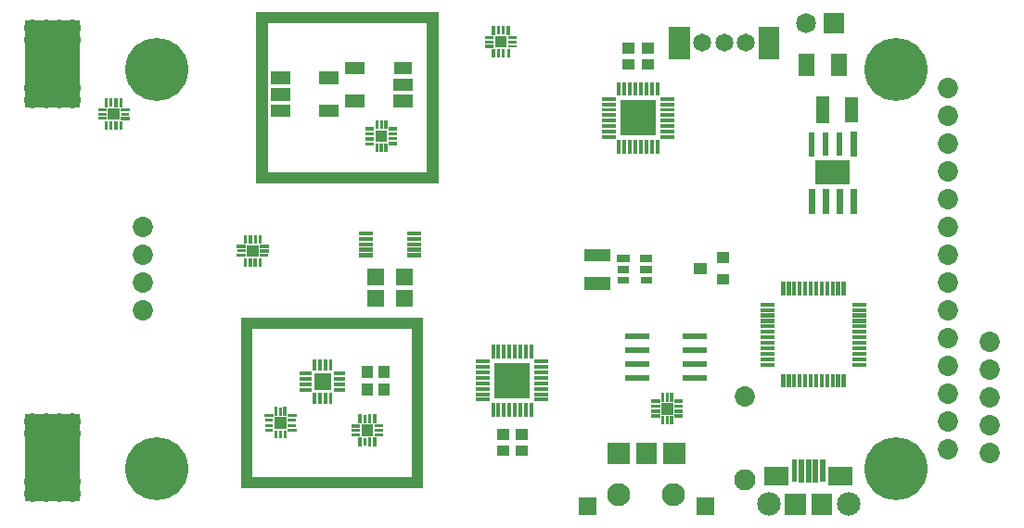
<source format=gts>
G04 start of page 8 for group -4063 idx -4063 *
G04 Title: v2_0, componentmask *
G04 Creator: pcb 4.2.0 *
G04 CreationDate: Sun Sep 29 12:02:10 2019 UTC *
G04 For: user *
G04 Format: Gerber/RS-274X *
G04 PCB-Dimensions (mm): 140.00 90.00 *
G04 PCB-Coordinate-Origin: lower left *
%MOMM*%
%FSLAX43Y43*%
%LNGTS*%
%ADD124C,1.950*%
%ADD123C,5.750*%
%ADD122C,2.152*%
%ADD121C,2.102*%
%ADD120C,1.302*%
%ADD119C,1.952*%
%ADD118C,1.552*%
%ADD117C,1.826*%
%ADD116C,0.002*%
%ADD115C,0.852*%
%ADD114C,1.652*%
%ADD113C,1.852*%
G54D113*X103700Y63300D03*
Y60750D03*
Y58200D03*
Y55700D03*
Y53150D03*
Y50600D03*
G54D114*X85300Y67400D03*
X83300D03*
X81300D03*
G54D115*X87400D03*
G54D116*G36*
X92387Y70113D02*Y68287D01*
X94213D01*
Y70113D01*
X92387D01*
G37*
G54D117*X90760Y69200D03*
G54D115*X79200Y67400D03*
G54D118*X22600Y68800D03*
Y67700D03*
X23800Y68800D03*
Y67700D03*
X20200Y68800D03*
Y67700D03*
X21400Y68800D03*
Y67700D03*
X20200Y63300D03*
Y62200D03*
X21400Y63300D03*
X22600D03*
X23800D03*
X21400Y62200D03*
X22600D03*
X23800D03*
G54D113*X30200Y50600D03*
Y48050D03*
Y45500D03*
Y43000D03*
X103700Y48050D03*
Y45500D03*
X85200Y35100D03*
G54D119*Y27500D03*
G54D120*X88550Y28000D03*
X93450D03*
G54D113*X103700Y43000D03*
Y40450D03*
Y37900D03*
Y35350D03*
Y32800D03*
Y30250D03*
G54D121*X78700Y26100D03*
G54D122*X87350Y25300D03*
X94650D03*
G54D121*X73700Y26100D03*
G54D113*X107500Y35000D03*
Y37550D03*
Y40100D03*
Y32500D03*
Y29950D03*
G54D118*X23800Y26200D03*
Y27300D03*
X22600Y26200D03*
Y27300D03*
X21400Y26200D03*
Y27300D03*
X20200Y26200D03*
Y27300D03*
X23800Y31700D03*
Y32800D03*
X22600Y31700D03*
Y32800D03*
X21400Y31700D03*
Y32800D03*
X20200Y31700D03*
Y32800D03*
G54D123*X31500Y28500D03*
X99000Y65000D03*
Y28500D03*
X31500Y65000D03*
G54D116*G36*
X86642Y40178D02*Y39822D01*
X87861D01*
Y40178D01*
X86642D01*
G37*
G36*
Y39678D02*Y39322D01*
X87861D01*
Y39678D01*
X86642D01*
G37*
G36*
Y39178D02*Y38822D01*
X87861D01*
Y39178D01*
X86642D01*
G37*
G36*
Y38678D02*Y38322D01*
X87861D01*
Y38678D01*
X86642D01*
G37*
G36*
Y38178D02*Y37822D01*
X87861D01*
Y38178D01*
X86642D01*
G37*
G36*
X93878Y37161D02*X93522D01*
Y35942D01*
X93878D01*
Y37161D01*
G37*
G36*
X94378D02*X94022D01*
Y35942D01*
X94378D01*
Y37161D01*
G37*
G36*
X95039Y38178D02*Y37822D01*
X96258D01*
Y38178D01*
X95039D01*
G37*
G36*
Y38678D02*Y38322D01*
X96258D01*
Y38678D01*
X95039D01*
G37*
G36*
Y39178D02*Y38822D01*
X96258D01*
Y39178D01*
X95039D01*
G37*
G36*
Y39678D02*Y39322D01*
X96258D01*
Y39678D01*
X95039D01*
G37*
G36*
Y40178D02*Y39822D01*
X96258D01*
Y40178D01*
X95039D01*
G37*
G36*
Y40678D02*Y40322D01*
X96258D01*
Y40678D01*
X95039D01*
G37*
G36*
Y41178D02*Y40822D01*
X96258D01*
Y41178D01*
X95039D01*
G37*
G36*
Y41678D02*Y41322D01*
X96258D01*
Y41678D01*
X95039D01*
G37*
G36*
Y42178D02*Y41822D01*
X96258D01*
Y42178D01*
X95039D01*
G37*
G36*
Y42678D02*Y42322D01*
X96258D01*
Y42678D01*
X95039D01*
G37*
G36*
Y43178D02*Y42822D01*
X96258D01*
Y43178D01*
X95039D01*
G37*
G36*
Y43678D02*Y43322D01*
X96258D01*
Y43678D01*
X95039D01*
G37*
G36*
X88878Y37161D02*X88522D01*
Y35942D01*
X88878D01*
Y37161D01*
G37*
G36*
X89378D02*X89022D01*
Y35942D01*
X89378D01*
Y37161D01*
G37*
G36*
X89878D02*X89522D01*
Y35942D01*
X89878D01*
Y37161D01*
G37*
G36*
X90378D02*X90022D01*
Y35942D01*
X90378D01*
Y37161D01*
G37*
G36*
X90878D02*X90522D01*
Y35942D01*
X90878D01*
Y37161D01*
G37*
G36*
X91378D02*X91022D01*
Y35942D01*
X91378D01*
Y37161D01*
G37*
G36*
X91878D02*X91522D01*
Y35942D01*
X91878D01*
Y37161D01*
G37*
G36*
X92378D02*X92022D01*
Y35942D01*
X92378D01*
Y37161D01*
G37*
G36*
X92878D02*X92522D01*
Y35942D01*
X92878D01*
Y37161D01*
G37*
G36*
X93378D02*X93022D01*
Y35942D01*
X93378D01*
Y37161D01*
G37*
G36*
X89925Y29325D02*X89475D01*
Y27275D01*
X89925D01*
Y29325D01*
G37*
G36*
X92525D02*X92075D01*
Y27275D01*
X92525D01*
Y29325D01*
G37*
G36*
X90600Y29350D02*X90100D01*
Y27250D01*
X90600D01*
Y29350D01*
G37*
G36*
X87000Y28700D02*Y27000D01*
X89200D01*
Y28700D01*
X87000D01*
G37*
G36*
X91900Y29350D02*X91400D01*
Y27250D01*
X91900D01*
Y29350D01*
G37*
G36*
X92800Y28700D02*Y27000D01*
X95000D01*
Y28700D01*
X92800D01*
G37*
G36*
X91250Y29350D02*X90750D01*
Y27250D01*
X91250D01*
Y29350D01*
G37*
G36*
X88850Y26200D02*Y24300D01*
X90750D01*
Y26200D01*
X88850D01*
G37*
G36*
X91250D02*Y24300D01*
X93150D01*
Y26200D01*
X91250D01*
G37*
G54D124*X87300Y25300D02*X87400D01*
X94600D02*X94700D01*
G54D116*G36*
X86642Y43678D02*Y43322D01*
X87861D01*
Y43678D01*
X86642D01*
G37*
G36*
Y43178D02*Y42822D01*
X87861D01*
Y43178D01*
X86642D01*
G37*
G36*
Y42678D02*Y42322D01*
X87861D01*
Y42678D01*
X86642D01*
G37*
G36*
Y42178D02*Y41822D01*
X87861D01*
Y42178D01*
X86642D01*
G37*
G36*
Y41678D02*Y41322D01*
X87861D01*
Y41678D01*
X86642D01*
G37*
G36*
Y41178D02*Y40822D01*
X87861D01*
Y41178D01*
X86642D01*
G37*
G36*
Y40678D02*Y40322D01*
X87861D01*
Y40678D01*
X86642D01*
G37*
G36*
X79497Y37076D02*Y36514D01*
X81710D01*
Y37076D01*
X79497D01*
G37*
G36*
Y38346D02*Y37784D01*
X81710D01*
Y38346D01*
X79497D01*
G37*
G36*
X74290D02*Y37784D01*
X76503D01*
Y38346D01*
X74290D01*
G37*
G36*
Y37076D02*Y36514D01*
X76503D01*
Y37076D01*
X74290D01*
G37*
G36*
Y40886D02*Y40324D01*
X76503D01*
Y40886D01*
X74290D01*
G37*
G36*
Y39616D02*Y39054D01*
X76503D01*
Y39616D01*
X74290D01*
G37*
G36*
X78750Y33450D02*Y33150D01*
X79550D01*
Y33450D01*
X78750D01*
G37*
G36*
X77750Y30850D02*Y28950D01*
X79750D01*
Y30850D01*
X77750D01*
G37*
G36*
X72650D02*Y28950D01*
X74650D01*
Y30850D01*
X72650D01*
G37*
G36*
X75250D02*Y28950D01*
X77150D01*
Y30850D01*
X75250D01*
G37*
G36*
X78750Y33900D02*Y33600D01*
X79550D01*
Y33900D01*
X78750D01*
G37*
G36*
Y34350D02*Y34050D01*
X79550D01*
Y34350D01*
X78750D01*
G37*
G36*
X80800Y25900D02*Y24300D01*
X82400D01*
Y25900D01*
X80800D01*
G37*
G36*
X70000D02*Y24300D01*
X71600D01*
Y25900D01*
X70000D01*
G37*
G36*
X79497Y39616D02*Y39054D01*
X81710D01*
Y39616D01*
X79497D01*
G37*
G36*
Y40886D02*Y40324D01*
X81710D01*
Y40886D01*
X79497D01*
G37*
G36*
X78750Y34800D02*Y34500D01*
X79550D01*
Y34800D01*
X78750D01*
G37*
G36*
X78650Y35430D02*X78350D01*
Y34630D01*
X78650D01*
Y35430D01*
G37*
G36*
X78250D02*X77950D01*
Y34630D01*
X78250D01*
Y35430D01*
G37*
G36*
X78650Y33330D02*X78350D01*
Y32530D01*
X78650D01*
Y33330D01*
G37*
G36*
X78250D02*X77950D01*
Y32530D01*
X78250D01*
Y33330D01*
G37*
G36*
X77850D02*X77550D01*
Y32530D01*
X77850D01*
Y33330D01*
G37*
G36*
X76650Y33450D02*Y33150D01*
X77450D01*
Y33450D01*
X76650D01*
G37*
G36*
Y33900D02*Y33600D01*
X77450D01*
Y33900D01*
X76650D01*
G37*
G36*
Y34350D02*Y34050D01*
X77450D01*
Y34350D01*
X76650D01*
G37*
G36*
Y34800D02*Y34500D01*
X77450D01*
Y34800D01*
X76650D01*
G37*
G36*
X77850Y35430D02*X77550D01*
Y34630D01*
X77850D01*
Y35430D01*
G37*
G36*
X77550Y34530D02*Y33430D01*
X78650D01*
Y34530D01*
X77550D01*
G37*
G36*
X94378Y45558D02*X94022D01*
Y44339D01*
X94378D01*
Y45558D01*
G37*
G36*
X93878D02*X93522D01*
Y44339D01*
X93878D01*
Y45558D01*
G37*
G36*
X93378D02*X93022D01*
Y44339D01*
X93378D01*
Y45558D01*
G37*
G36*
X91601Y54078D02*X90989D01*
Y51815D01*
X91601D01*
Y54078D01*
G37*
G36*
X92871D02*X92259D01*
Y51815D01*
X92871D01*
Y54078D01*
G37*
G36*
X94141D02*X93529D01*
Y51815D01*
X94141D01*
Y54078D01*
G37*
G36*
X95411D02*X94799D01*
Y51815D01*
X95411D01*
Y54078D01*
G37*
G36*
X92878Y45558D02*X92522D01*
Y44339D01*
X92878D01*
Y45558D01*
G37*
G36*
X92378D02*X92022D01*
Y44339D01*
X92378D01*
Y45558D01*
G37*
G36*
X91878D02*X91522D01*
Y44339D01*
X91878D01*
Y45558D01*
G37*
G36*
X91378D02*X91022D01*
Y44339D01*
X91378D01*
Y45558D01*
G37*
G36*
X90878D02*X90522D01*
Y44339D01*
X90878D01*
Y45558D01*
G37*
G36*
X90378D02*X90022D01*
Y44339D01*
X90378D01*
Y45558D01*
G37*
G36*
X89878D02*X89522D01*
Y44339D01*
X89878D01*
Y45558D01*
G37*
G36*
X89378D02*X89022D01*
Y44339D01*
X89378D01*
Y45558D01*
G37*
G36*
X88878D02*X88522D01*
Y44339D01*
X88878D01*
Y45558D01*
G37*
G36*
X60671Y34969D02*X60671Y34631D01*
X61929Y34631D01*
X61929Y34969D01*
X60671Y34969D01*
G37*
G36*
X60671Y35469D02*X60671Y35131D01*
X61929Y35131D01*
X61929Y35469D01*
X60671Y35469D01*
G37*
G36*
X60671Y35969D02*X60671Y35631D01*
X61929Y35631D01*
X61929Y35969D01*
X60671Y35969D01*
G37*
G36*
X60671Y36469D02*X60671Y36131D01*
X61929Y36131D01*
X61929Y36469D01*
X60671Y36469D01*
G37*
G36*
X62350Y38150D02*Y34950D01*
X65550D01*
Y38150D01*
X62350D01*
G37*
G36*
X65869Y34529D02*X65531Y34529D01*
X65531Y33271D01*
X65869Y33271D01*
X65869Y34529D01*
G37*
G36*
X65369Y34529D02*X65031Y34529D01*
X65031Y33271D01*
X65369Y33271D01*
X65369Y34529D01*
G37*
G36*
X64869Y34529D02*X64531Y34529D01*
X64531Y33271D01*
X64869Y33271D01*
X64869Y34529D01*
G37*
G36*
X64369Y34529D02*X64031Y34529D01*
X64031Y33271D01*
X64369Y33271D01*
X64369Y34529D01*
G37*
G36*
X63869Y34529D02*X63531Y34529D01*
X63531Y33271D01*
X63869Y33271D01*
X63869Y34529D01*
G37*
G36*
X63369Y34529D02*X63031D01*
Y33271D01*
X63369D01*
Y34529D01*
G37*
G36*
X62869Y34529D02*X62531Y34529D01*
X62531Y33271D01*
X62869Y33271D01*
X62869Y34529D01*
G37*
G36*
X64250Y30650D02*Y29650D01*
X65350D01*
Y30650D01*
X64250D01*
G37*
G36*
X62550D02*Y29650D01*
X63650D01*
Y30650D01*
X62550D01*
G37*
G36*
X64250Y32150D02*Y31150D01*
X65350D01*
Y32150D01*
X64250D01*
G37*
G36*
X62550D02*Y31150D01*
X63650D01*
Y32150D01*
X62550D01*
G37*
G36*
X55825Y42325D02*X54775D01*
Y26675D01*
X55825D01*
Y42325D01*
G37*
G36*
X62369Y34529D02*X62031Y34529D01*
X62031Y33271D01*
X62369Y33271D01*
X62369Y34529D01*
G37*
G36*
X51100Y33450D02*X50800D01*
Y32650D01*
X51100D01*
Y33450D01*
G37*
G36*
X50195Y32525D02*Y31475D01*
X51245D01*
Y32525D01*
X50195D01*
G37*
G36*
X50625Y33425D02*X50375D01*
Y32675D01*
X50625D01*
Y33425D01*
G37*
G36*
X50200Y33450D02*X49900D01*
Y32650D01*
X50200D01*
Y33450D01*
G37*
G36*
X49270Y32550D02*Y32250D01*
X50070D01*
Y32550D01*
X49270D01*
G37*
G36*
X49295Y32125D02*Y31875D01*
X50045D01*
Y32125D01*
X49295D01*
G37*
G36*
X49270Y31750D02*Y31450D01*
X50070D01*
Y31750D01*
X49270D01*
G37*
G36*
X51395Y32525D02*Y32275D01*
X52145D01*
Y32525D01*
X51395D01*
G37*
G36*
Y32125D02*Y31875D01*
X52145D01*
Y32125D01*
X51395D01*
G37*
G36*
X51370Y31750D02*Y31450D01*
X52170D01*
Y31750D01*
X51370D01*
G37*
G36*
X41375Y32125D02*Y31875D01*
X42125D01*
Y32125D01*
X41375D01*
G37*
G36*
Y32575D02*Y32325D01*
X42125D01*
Y32575D01*
X41375D01*
G37*
G36*
Y33025D02*Y32775D01*
X42125D01*
Y33025D01*
X41375D01*
G37*
G36*
X41350Y33500D02*Y33200D01*
X42150D01*
Y33500D01*
X41350D01*
G37*
G36*
X43325Y32005D02*X43075D01*
Y31255D01*
X43325D01*
Y32005D01*
G37*
G36*
X42925D02*X42675D01*
Y31255D01*
X42925D01*
Y32005D01*
G37*
G36*
X42525D02*X42275D01*
Y31255D01*
X42525D01*
Y32005D01*
G37*
G36*
X43450Y32150D02*Y31850D01*
X44250D01*
Y32150D01*
X43450D01*
G37*
G36*
X43475Y32575D02*Y32325D01*
X44225D01*
Y32575D01*
X43475D01*
G37*
G36*
X42550Y34130D02*X42250D01*
Y33330D01*
X42550D01*
Y34130D01*
G37*
G36*
X43475Y33025D02*Y32775D01*
X44225D01*
Y33025D01*
X43475D01*
G37*
G36*
X43450Y33500D02*Y33200D01*
X44250D01*
Y33500D01*
X43450D01*
G37*
G36*
X43350Y34130D02*X43050D01*
Y33330D01*
X43350D01*
Y34130D01*
G37*
G36*
X42925Y34105D02*X42675D01*
Y33355D01*
X42925D01*
Y34105D01*
G37*
G36*
X42275Y33205D02*Y32155D01*
X43325D01*
Y33205D01*
X42275D01*
G37*
G36*
X51550Y33450D02*X51250D01*
Y32650D01*
X51550D01*
Y33450D01*
G37*
G36*
X52750Y36250D02*X51750D01*
Y35150D01*
X52750D01*
Y36250D01*
G37*
G36*
X51250D02*X50250D01*
Y35150D01*
X51250D01*
Y36250D01*
G37*
G36*
X39175Y27725D02*Y26675D01*
X55825D01*
Y27725D01*
X39175D01*
G37*
G36*
X40225Y42325D02*X39175D01*
Y26675D01*
X40225D01*
Y42325D01*
G37*
G36*
X45900Y37200D02*Y35700D01*
X47400D01*
Y37200D01*
X45900D01*
G37*
G36*
X46069Y35429D02*X45731Y35429D01*
X45731Y34381D01*
X46069Y34381D01*
X46069Y35429D01*
G37*
G36*
X46569Y35429D02*X46231Y35429D01*
X46231Y34381D01*
X46569Y34381D01*
X46569Y35429D01*
G37*
G36*
X47069Y35429D02*X46731Y35429D01*
X46731Y34381D01*
X47069Y34381D01*
X47069Y35429D01*
G37*
G36*
X47544Y35404D02*X47256Y35404D01*
X47256Y34406D01*
X47544Y34406D01*
X47544Y35404D01*
G37*
G36*
X47696Y35844D02*X47696Y35556D01*
X48694Y35556D01*
X48694Y35844D01*
X47696Y35844D01*
G37*
G36*
X47671Y36369D02*X47671Y36031D01*
X48719Y36031D01*
X48719Y36369D01*
X47671Y36369D01*
G37*
G36*
X48719Y36531D02*X48719Y36869D01*
X47671Y36869D01*
X47671Y36531D01*
X48719Y36531D01*
G37*
G36*
X48694Y37056D02*X48694Y37344D01*
X47696Y37344D01*
X47696Y37056D01*
X48694Y37056D01*
G37*
G36*
X51550Y31350D02*X51250D01*
Y30550D01*
X51550D01*
Y31350D01*
G37*
G36*
X51100D02*X50800D01*
Y30550D01*
X51100D01*
Y31350D01*
G37*
G36*
X50625Y31325D02*X50375D01*
Y30575D01*
X50625D01*
Y31325D01*
G37*
G36*
X50200Y31350D02*X49900D01*
Y30550D01*
X50200D01*
Y31350D01*
G37*
G36*
X47544Y38494D02*X47256Y38494D01*
X47256Y37496D01*
X47544Y37496D01*
X47544Y38494D01*
G37*
G36*
X47069Y38519D02*X46731Y38519D01*
X46731Y37471D01*
X47069Y37471D01*
X47069Y38519D01*
G37*
G36*
X46569Y38519D02*X46231Y38519D01*
X46231Y37471D01*
X46569Y37471D01*
X46569Y38519D01*
G37*
G36*
X46069Y38519D02*X45731Y38519D01*
X45731Y37471D01*
X46069Y37471D01*
X46069Y38519D01*
G37*
G36*
X44581Y37369D02*X44581Y37031D01*
X45629Y37031D01*
X45629Y37369D01*
X44581Y37369D01*
G37*
G36*
X44581Y36869D02*X44581Y36531D01*
X45629Y36531D01*
X45629Y36869D01*
X44581Y36869D01*
G37*
G36*
X45629Y36031D02*X45629Y36369D01*
X44581Y36369D01*
X44581Y36031D01*
X45629Y36031D01*
G37*
G36*
X45629Y35531D02*X45629Y35869D01*
X44581Y35869D01*
X44581Y35531D01*
X45629Y35531D01*
G37*
G36*
X51250Y37850D02*X50250D01*
Y36750D01*
X51250D01*
Y37850D01*
G37*
G36*
X52750D02*X51750D01*
Y36750D01*
X52750D01*
Y37850D01*
G37*
G36*
X40920Y48550D02*Y48250D01*
X41720D01*
Y48550D01*
X40920D01*
G37*
G36*
X41100Y49850D02*X40800D01*
Y49050D01*
X41100D01*
Y49850D01*
G37*
G36*
X40625Y49825D02*X40375D01*
Y49075D01*
X40625D01*
Y49825D01*
G37*
G36*
X40200Y49850D02*X39900D01*
Y49050D01*
X40200D01*
Y49850D01*
G37*
G36*
X39745Y48925D02*Y47875D01*
X40795D01*
Y48925D01*
X39745D01*
G37*
G36*
X39750Y49850D02*X39450D01*
Y49050D01*
X39750D01*
Y49850D01*
G37*
G36*
X38820Y48950D02*Y48650D01*
X39620D01*
Y48950D01*
X38820D01*
G37*
G36*
X38845Y48525D02*Y48275D01*
X39595D01*
Y48525D01*
X38845D01*
G37*
G36*
X38820Y48150D02*Y47850D01*
X39620D01*
Y48150D01*
X38820D01*
G37*
G36*
X40920Y48950D02*Y48650D01*
X41720D01*
Y48950D01*
X40920D01*
G37*
G36*
X50725Y46775D02*Y45225D01*
X52275D01*
Y46775D01*
X50725D01*
G37*
G36*
X53350Y46750D02*Y45250D01*
X54850D01*
Y46750D01*
X53350D01*
G37*
G36*
X54360Y48190D02*Y47810D01*
X55640D01*
Y48190D01*
X54360D01*
G37*
G36*
Y48690D02*Y48310D01*
X55640D01*
Y48690D01*
X54360D01*
G37*
G36*
Y49190D02*Y48810D01*
X55640D01*
Y49190D01*
X54360D01*
G37*
G36*
X49960Y48190D02*Y47810D01*
X51240D01*
Y48190D01*
X49960D01*
G37*
G36*
Y48690D02*Y48310D01*
X51240D01*
Y48690D01*
X49960D01*
G37*
G36*
Y49190D02*Y48810D01*
X51240D01*
Y49190D01*
X49960D01*
G37*
G36*
Y49690D02*Y49310D01*
X51240D01*
Y49690D01*
X49960D01*
G37*
G36*
Y50190D02*Y49810D01*
X51240D01*
Y50190D01*
X49960D01*
G37*
G36*
X41075Y47725D02*X40825D01*
Y46975D01*
X41075D01*
Y47725D01*
G37*
G36*
X40650Y47750D02*X40350D01*
Y46950D01*
X40650D01*
Y47750D01*
G37*
G36*
X40200D02*X39900D01*
Y46950D01*
X40200D01*
Y47750D01*
G37*
G36*
X39750D02*X39450D01*
Y46950D01*
X39750D01*
Y47750D01*
G37*
G36*
X40945Y48125D02*Y47875D01*
X41695D01*
Y48125D01*
X40945D01*
G37*
G36*
X54360Y49690D02*Y49310D01*
X55640D01*
Y49690D01*
X54360D01*
G37*
G36*
Y50190D02*Y49810D01*
X55640D01*
Y50190D01*
X54360D01*
G37*
G36*
X39175Y42325D02*Y41275D01*
X55825D01*
Y42325D01*
X39175D01*
G37*
G36*
X53350Y44850D02*Y43350D01*
X54850D01*
Y44850D01*
X53350D01*
G37*
G36*
X50750D02*Y43350D01*
X52250D01*
Y44850D01*
X50750D01*
G37*
G36*
X65971Y35969D02*X65971Y35631D01*
X67229Y35631D01*
X67229Y35969D01*
X65971Y35969D01*
G37*
G36*
X65971Y36469D02*X65971Y36131D01*
X67229Y36131D01*
X67229Y36469D01*
X65971Y36469D01*
G37*
G36*
X65971Y34969D02*X65971Y34631D01*
X67229Y34631D01*
X67229Y34969D01*
X65971Y34969D01*
G37*
G36*
X65971Y35469D02*X65971Y35131D01*
X67229Y35131D01*
X67229Y35469D01*
X65971Y35469D01*
G37*
G36*
X24500Y69500D02*X19500D01*
Y61500D01*
X24500D01*
Y69500D01*
G37*
G36*
Y33500D02*X19500D01*
Y25500D01*
X24500D01*
Y33500D01*
G37*
G36*
X26155Y60625D02*Y60375D01*
X26905D01*
Y60625D01*
X26155D01*
G37*
G36*
Y61025D02*Y60775D01*
X26905D01*
Y61025D01*
X26155D01*
G37*
G36*
Y61425D02*Y61175D01*
X26905D01*
Y61425D01*
X26155D01*
G37*
G36*
X27050Y62350D02*X26750D01*
Y61550D01*
X27050D01*
Y62350D01*
G37*
G36*
X27475Y62325D02*X27225D01*
Y61575D01*
X27475D01*
Y62325D01*
G37*
G36*
X27950Y62350D02*X27650D01*
Y61550D01*
X27950D01*
Y62350D01*
G37*
G36*
X28400D02*X28100D01*
Y61550D01*
X28400D01*
Y62350D01*
G37*
G36*
X27025Y60225D02*X26775D01*
Y59475D01*
X27025D01*
Y60225D01*
G37*
G36*
X27475D02*X27225D01*
Y59475D01*
X27475D01*
Y60225D01*
G37*
G36*
X27950Y60250D02*X27650D01*
Y59450D01*
X27950D01*
Y60250D01*
G37*
G36*
X28400D02*X28100D01*
Y59450D01*
X28400D01*
Y60250D01*
G37*
G36*
X28230Y60650D02*Y60350D01*
X29030D01*
Y60650D01*
X28230D01*
G37*
G36*
X28255Y61025D02*Y60775D01*
X29005D01*
Y61025D01*
X28255D01*
G37*
G36*
X28230Y61450D02*Y61150D01*
X29030D01*
Y61450D01*
X28230D01*
G37*
G36*
X27055Y61425D02*Y60375D01*
X28105D01*
Y61425D01*
X27055D01*
G37*
G36*
X53125Y62675D02*Y61525D01*
X54875D01*
Y62675D01*
X53125D01*
G37*
G36*
Y64175D02*Y63025D01*
X54875D01*
Y64175D01*
X53125D01*
G37*
G36*
X53175Y65625D02*Y64575D01*
X54825D01*
Y65625D01*
X53175D01*
G37*
G36*
X63750Y68950D02*X63450D01*
Y68150D01*
X63750D01*
Y68950D01*
G37*
G36*
X63275Y68925D02*X63025D01*
Y68175D01*
X63275D01*
Y68925D01*
G37*
G36*
X61470Y67250D02*Y66950D01*
X62270D01*
Y67250D01*
X61470D01*
G37*
G36*
X62825Y68925D02*X62575D01*
Y68175D01*
X62825D01*
Y68925D01*
G37*
G36*
X62400Y68950D02*X62100D01*
Y68150D01*
X62400D01*
Y68950D01*
G37*
G36*
X61470Y68050D02*Y67750D01*
X62270D01*
Y68050D01*
X61470D01*
G37*
G36*
X61495Y67625D02*Y67375D01*
X62245D01*
Y67625D01*
X61495D01*
G37*
G36*
X62395Y68025D02*Y66975D01*
X63445D01*
Y68025D01*
X62395D01*
G37*
G36*
X57225Y70225D02*X56175D01*
Y54575D01*
X57225D01*
Y70225D01*
G37*
G36*
X48725Y62675D02*Y61525D01*
X50475D01*
Y62675D01*
X48725D01*
G37*
G36*
Y65675D02*Y64525D01*
X50475D01*
Y65675D01*
X48725D01*
G37*
G36*
X41925Y61775D02*Y60625D01*
X43675D01*
Y61775D01*
X41925D01*
G37*
G36*
X46325Y64775D02*Y63625D01*
X48075D01*
Y64775D01*
X46325D01*
G37*
G36*
Y61775D02*Y60625D01*
X48075D01*
Y61775D01*
X46325D01*
G37*
G36*
X50575Y58325D02*Y58075D01*
X51325D01*
Y58325D01*
X50575D01*
G37*
G36*
X50550Y58800D02*Y58500D01*
X51350D01*
Y58800D01*
X50550D01*
G37*
G36*
Y59250D02*Y58950D01*
X51350D01*
Y59250D01*
X50550D01*
G37*
G36*
Y59700D02*Y59400D01*
X51350D01*
Y59700D01*
X50550D01*
G37*
G36*
X52650Y58350D02*Y58050D01*
X53450D01*
Y58350D01*
X52650D01*
G37*
G36*
X52675Y58775D02*Y58525D01*
X53425D01*
Y58775D01*
X52675D01*
G37*
G36*
X51750Y60330D02*X51450D01*
Y59530D01*
X51750D01*
Y60330D01*
G37*
G36*
X52550Y58230D02*X52250D01*
Y57430D01*
X52550D01*
Y58230D01*
G37*
G36*
X52150D02*X51850D01*
Y57430D01*
X52150D01*
Y58230D01*
G37*
G36*
X51725Y58205D02*X51475D01*
Y57455D01*
X51725D01*
Y58205D01*
G37*
G36*
X52650Y59250D02*Y58950D01*
X53450D01*
Y59250D01*
X52650D01*
G37*
G36*
Y59700D02*Y59400D01*
X53450D01*
Y59700D01*
X52650D01*
G37*
G36*
X52550Y60330D02*X52250D01*
Y59530D01*
X52550D01*
Y60330D01*
G37*
G36*
X52125Y60305D02*X51875D01*
Y59555D01*
X52125D01*
Y60305D01*
G37*
G36*
X51475Y59405D02*Y58355D01*
X52525D01*
Y59405D01*
X51475D01*
G37*
G36*
X40575Y55625D02*Y54575D01*
X57225D01*
Y55625D01*
X40575D01*
G37*
G36*
X41625Y70225D02*X40575D01*
Y54575D01*
X41625D01*
Y70225D01*
G37*
G36*
X41925Y64775D02*Y63625D01*
X43675D01*
Y64775D01*
X41925D01*
G37*
G36*
Y63275D02*Y62125D01*
X43675D01*
Y63275D01*
X41925D01*
G37*
G36*
X63725Y66825D02*X63475D01*
Y66075D01*
X63725D01*
Y66825D01*
G37*
G36*
X63275D02*X63025D01*
Y66075D01*
X63275D01*
Y66825D01*
G37*
G36*
X62825D02*X62575D01*
Y66075D01*
X62825D01*
Y66825D01*
G37*
G36*
X62400Y66850D02*X62100D01*
Y66050D01*
X62400D01*
Y66850D01*
G37*
G36*
X63570Y68050D02*Y67750D01*
X64370D01*
Y68050D01*
X63570D01*
G37*
G36*
X40575Y70225D02*Y69175D01*
X57225D01*
Y70225D01*
X40575D01*
G37*
G36*
X63570Y67650D02*Y67350D01*
X64370D01*
Y67650D01*
X63570D01*
G37*
G36*
X63595Y67225D02*Y66975D01*
X64345D01*
Y67225D01*
X63595D01*
G37*
G36*
X65971Y36969D02*X65971Y36631D01*
X67229Y36631D01*
X67229Y36969D01*
X65971Y36969D01*
G37*
G36*
X60671D02*X60671Y36631D01*
X61929Y36631D01*
X61929Y36969D01*
X60671Y36969D01*
G37*
G36*
X60671Y37469D02*Y37131D01*
X61929D01*
Y37469D01*
X60671D01*
G37*
G36*
X60671Y37969D02*X60671Y37631D01*
X61929Y37631D01*
X61929Y37969D01*
X60671Y37969D01*
G37*
G36*
X60671Y38469D02*X60671Y38131D01*
X61929Y38131D01*
X61929Y38469D01*
X60671Y38469D01*
G37*
G36*
X65971Y37469D02*Y37131D01*
X67229D01*
Y37469D01*
X65971D01*
G37*
G36*
X65971Y37969D02*X65971Y37631D01*
X67229Y37631D01*
X67229Y37969D01*
X65971Y37969D01*
G37*
G36*
X65971Y38469D02*Y38131D01*
X67229D01*
Y38469D01*
X65971D01*
G37*
G36*
X65869Y39829D02*X65531Y39829D01*
X65531Y38571D01*
X65869Y38571D01*
X65869Y39829D01*
G37*
G36*
X65369Y39829D02*X65031Y39829D01*
X65031Y38571D01*
X65369Y38571D01*
X65369Y39829D01*
G37*
G36*
X64869Y39829D02*X64531Y39829D01*
X64531Y38571D01*
X64869Y38571D01*
X64869Y39829D01*
G37*
G36*
X64369Y39829D02*X64031Y39829D01*
X64031Y38571D01*
X64369Y38571D01*
X64369Y39829D01*
G37*
G36*
X63869Y39829D02*X63531Y39829D01*
X63531Y38571D01*
X63869Y38571D01*
X63869Y39829D01*
G37*
G36*
X63369Y39829D02*X63031D01*
Y38571D01*
X63369D01*
Y39829D01*
G37*
G36*
X62869Y39829D02*X62531Y39829D01*
X62531Y38571D01*
X62869Y38571D01*
X62869Y39829D01*
G37*
G36*
X62369Y39829D02*X62031D01*
Y38571D01*
X62369D01*
Y39829D01*
G37*
G36*
X77369Y58529D02*X77031D01*
Y57271D01*
X77369D01*
Y58529D01*
G37*
G36*
X77471Y60469D02*X77471Y60131D01*
X78729Y60131D01*
X78729Y60469D01*
X77471Y60469D01*
G37*
G36*
X77471Y59969D02*Y59631D01*
X78729D01*
Y59969D01*
X77471D01*
G37*
G36*
X77471Y59469D02*X77471Y59131D01*
X78729Y59131D01*
X78729Y59469D01*
X77471Y59469D01*
G37*
G36*
X77471Y58969D02*X77471Y58631D01*
X78729Y58631D01*
X78729Y58969D01*
X77471Y58969D01*
G37*
G36*
X72171Y60969D02*X72171Y60631D01*
X73429Y60631D01*
X73429Y60969D01*
X72171Y60969D01*
G37*
G36*
X72171Y60469D02*X72171Y60131D01*
X73429Y60131D01*
X73429Y60469D01*
X72171Y60469D01*
G37*
G36*
X72171Y59969D02*Y59631D01*
X73429D01*
Y59969D01*
X72171D01*
G37*
G36*
X72171Y59469D02*X72171Y59131D01*
X73429Y59131D01*
X73429Y59469D01*
X72171Y59469D01*
G37*
G36*
X72171Y58969D02*Y58631D01*
X73429D01*
Y58969D01*
X72171D01*
G37*
G36*
X72171Y61969D02*X72171Y61631D01*
X73429Y61631D01*
X73429Y61969D01*
X72171Y61969D01*
G37*
G36*
X72171Y61469D02*X72171Y61131D01*
X73429Y61131D01*
X73429Y61469D01*
X72171Y61469D01*
G37*
G36*
Y62469D02*X72171Y62131D01*
X73429Y62131D01*
X73429Y62469D01*
X72171Y62469D01*
G37*
G36*
X73850Y62150D02*Y58950D01*
X77050D01*
Y62150D01*
X73850D01*
G37*
G36*
X73869Y58529D02*X73531Y58529D01*
X73531Y57271D01*
X73869Y57271D01*
X73869Y58529D01*
G37*
G36*
X74369Y58529D02*X74031Y58529D01*
X74031Y57271D01*
X74369Y57271D01*
X74369Y58529D01*
G37*
G36*
X74869Y58529D02*X74531Y58529D01*
X74531Y57271D01*
X74869Y57271D01*
X74869Y58529D01*
G37*
G36*
X75369Y58529D02*X75031Y58529D01*
X75031Y57271D01*
X75369Y57271D01*
X75369Y58529D01*
G37*
G36*
X75869Y58529D02*X75531Y58529D01*
X75531Y57271D01*
X75869Y57271D01*
X75869Y58529D01*
G37*
G36*
X76369Y58529D02*X76031D01*
Y57271D01*
X76369D01*
Y58529D01*
G37*
G36*
X76869Y58529D02*X76531Y58529D01*
X76531Y57271D01*
X76869Y57271D01*
X76869Y58529D01*
G37*
G36*
X74869Y63829D02*X74531Y63829D01*
X74531Y62571D01*
X74869Y62571D01*
X74869Y63829D01*
G37*
G36*
X75369Y63829D02*X75031Y63829D01*
X75031Y62571D01*
X75369Y62571D01*
X75369Y63829D01*
G37*
G36*
X73869Y63829D02*X73531Y63829D01*
X73531Y62571D01*
X73869Y62571D01*
X73869Y63829D01*
G37*
G36*
X74369Y63829D02*X74031Y63829D01*
X74031Y62571D01*
X74369Y62571D01*
X74369Y63829D01*
G37*
G36*
X74050Y67450D02*Y66450D01*
X75150D01*
Y67450D01*
X74050D01*
G37*
G36*
X75750D02*Y66450D01*
X76850D01*
Y67450D01*
X75750D01*
G37*
G36*
X74050Y65950D02*Y64950D01*
X75150D01*
Y65950D01*
X74050D01*
G37*
G36*
X75750D02*Y64950D01*
X76850D01*
Y65950D01*
X75750D01*
G37*
G36*
X77471Y61969D02*X77471Y61631D01*
X78729Y61631D01*
X78729Y61969D01*
X77471Y61969D01*
G37*
G36*
X77471Y61469D02*X77471Y61131D01*
X78729Y61131D01*
X78729Y61469D01*
X77471Y61469D01*
G37*
G36*
X77471Y60969D02*X77471Y60631D01*
X78729Y60631D01*
X78729Y60969D01*
X77471Y60969D01*
G37*
G36*
X77369Y63829D02*X77031Y63829D01*
X77031Y62571D01*
X77369Y62571D01*
X77369Y63829D01*
G37*
G36*
X77471Y62469D02*X77471Y62131D01*
X78729Y62131D01*
X78729Y62469D01*
X77471Y62469D01*
G37*
G36*
X88350Y68850D02*X86450D01*
Y65950D01*
X88350D01*
Y68850D01*
G37*
G36*
X80150D02*X78250D01*
Y65950D01*
X80150D01*
Y68850D01*
G37*
G36*
X70524Y48576D02*Y47424D01*
X72876D01*
Y48576D01*
X70524D01*
G37*
G36*
X70499Y46001D02*Y44799D01*
X72901D01*
Y46001D01*
X70499D01*
G37*
G36*
X73536Y48061D02*Y47339D01*
X74664D01*
Y48061D01*
X73536D01*
G37*
G36*
X73561Y47045D02*Y46374D01*
X74639D01*
Y47045D01*
X73561D01*
G37*
G36*
Y46055D02*Y45383D01*
X74639D01*
Y46055D01*
X73561D01*
G37*
G36*
X75669Y46030D02*Y45408D01*
X76697D01*
Y46030D01*
X75669D01*
G37*
G36*
X75619Y47070D02*Y46349D01*
X76747D01*
Y47070D01*
X75619D01*
G37*
G36*
Y48061D02*Y47339D01*
X76747D01*
Y48061D01*
X75619D01*
G37*
G36*
X80553Y47278D02*Y46303D01*
X81681D01*
Y47278D01*
X80553D01*
G37*
G36*
X82636Y46288D02*Y45312D01*
X83764D01*
Y46288D01*
X82636D01*
G37*
G36*
X83764Y47293D02*X83764Y48269D01*
X82636Y48269D01*
X82636Y47293D01*
X83764Y47293D01*
G37*
G36*
X94526Y66426D02*X93074D01*
Y64374D01*
X94526D01*
Y66426D01*
G37*
G36*
X91526D02*X90074D01*
Y64374D01*
X91526D01*
Y66426D01*
G37*
G36*
X75869Y63829D02*X75531Y63829D01*
X75531Y62571D01*
X75869Y62571D01*
X75869Y63829D01*
G37*
G36*
X76369Y63829D02*X76031D01*
Y62571D01*
X76369D01*
Y63829D01*
G37*
G36*
X76869Y63829D02*X76531Y63829D01*
X76531Y62571D01*
X76869Y62571D01*
X76869Y63829D01*
G37*
G36*
X92901Y62501D02*X91699D01*
Y60099D01*
X92901D01*
Y62501D01*
G37*
G36*
X95476Y62476D02*X94324D01*
Y60124D01*
X95476D01*
Y62476D01*
G37*
G36*
X95411Y59285D02*X94799D01*
Y57022D01*
X95411D01*
Y59285D01*
G37*
G36*
X94091Y59235D02*X93579D01*
Y57072D01*
X94091D01*
Y59235D01*
G37*
G36*
X92821D02*X92309D01*
Y57072D01*
X92821D01*
Y59235D01*
G37*
G36*
X91576Y59260D02*X91014D01*
Y57047D01*
X91576D01*
Y59260D01*
G37*
G36*
X91650Y56650D02*Y54450D01*
X94750D01*
Y56650D01*
X91650D01*
G37*
M02*

</source>
